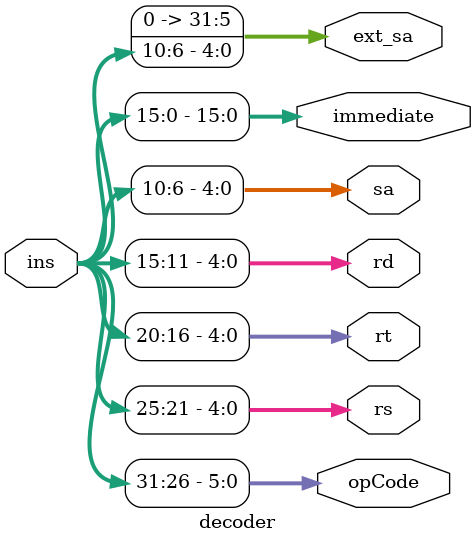
<source format=v>
`timescale 1ns / 1ps


module decoder(
    // input
    input [31:0] ins,
    // output
    output reg[5:0] opCode,
    output reg[4:0] rs,
    output reg[4:0] rt,
    output reg[4:0] rd,
    output reg[4:0] sa,
    output reg[15:0] immediate,
    output reg[31:0] ext_sa
    );

    always @(ins) begin
        opCode=ins[31:26];
        rs=ins[25:21];
        rt=ins[20:16];
        rd=ins[15:11];
        sa=ins[10:6];
        immediate=ins[15:0];
        ext_sa={ 27'b000000000000000000000000000 ,ins[10:6]};
    end
endmodule

</source>
